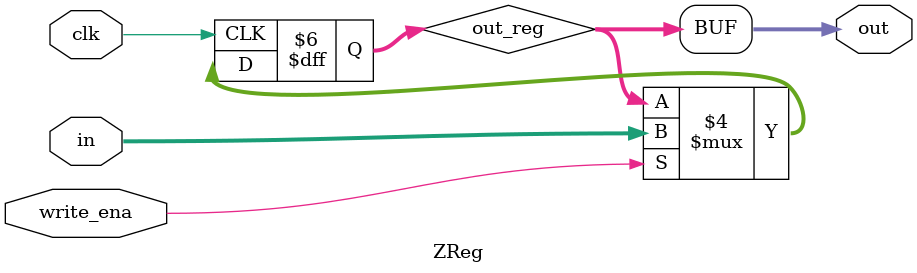
<source format=v>

module IRReg(
	input clk,
	input write_ena,
	input [31:0]IMEM_in,
	output [31:0]instruction
);
	reg [31:0]instruction_reg = 32'b0;
	always @(negedge clk) begin
		if(write_ena) begin
			instruction_reg <= IMEM_in;
		end else begin
			instruction_reg <= instruction_reg;
		end
	end

	assign instruction = instruction_reg;
endmodule

module SaverReg(
	input clk,
	input write_ena,
	input [31:0]in,
	output [31:0]out
);
	reg [31:0]out_reg = 32'b0;
	always @(negedge clk) begin
		if(write_ena) begin
			out_reg <= in;
		end else begin
			out_reg <= out_reg;
		end
	end

	assign out = out_reg;
endmodule

module HIReg(
	input clk,
	input write_ena,
	input [31:0]in,
	output [31:0]out
);
	reg [31:0]out_reg = 32'b0;
	always @(negedge clk) begin
		if(write_ena) begin
			out_reg <= in;
		end else begin
			out_reg <= out_reg;
		end
	end

	assign out = out_reg;
endmodule

module LOReg(
	input clk,
	input write_ena,
	input [31:0]in,
	output [31:0]out
);
	reg [31:0]out_reg = 32'b0;
	always @(negedge clk) begin
		if(write_ena) begin
			out_reg <= in;
		end else begin
			out_reg <= out_reg;
		end
	end

	assign out = out_reg;
endmodule

module ZReg(
	input clk,
	input write_ena,
	input [31:0]in,
	output [31:0]out
);
	reg [31:0]out_reg = 32'b0;
	always @(negedge clk) begin
		if(write_ena) begin
			out_reg <= in;
		end else begin
			out_reg <= out_reg;
		end
	end

	assign out = out_reg;
endmodule
</source>
